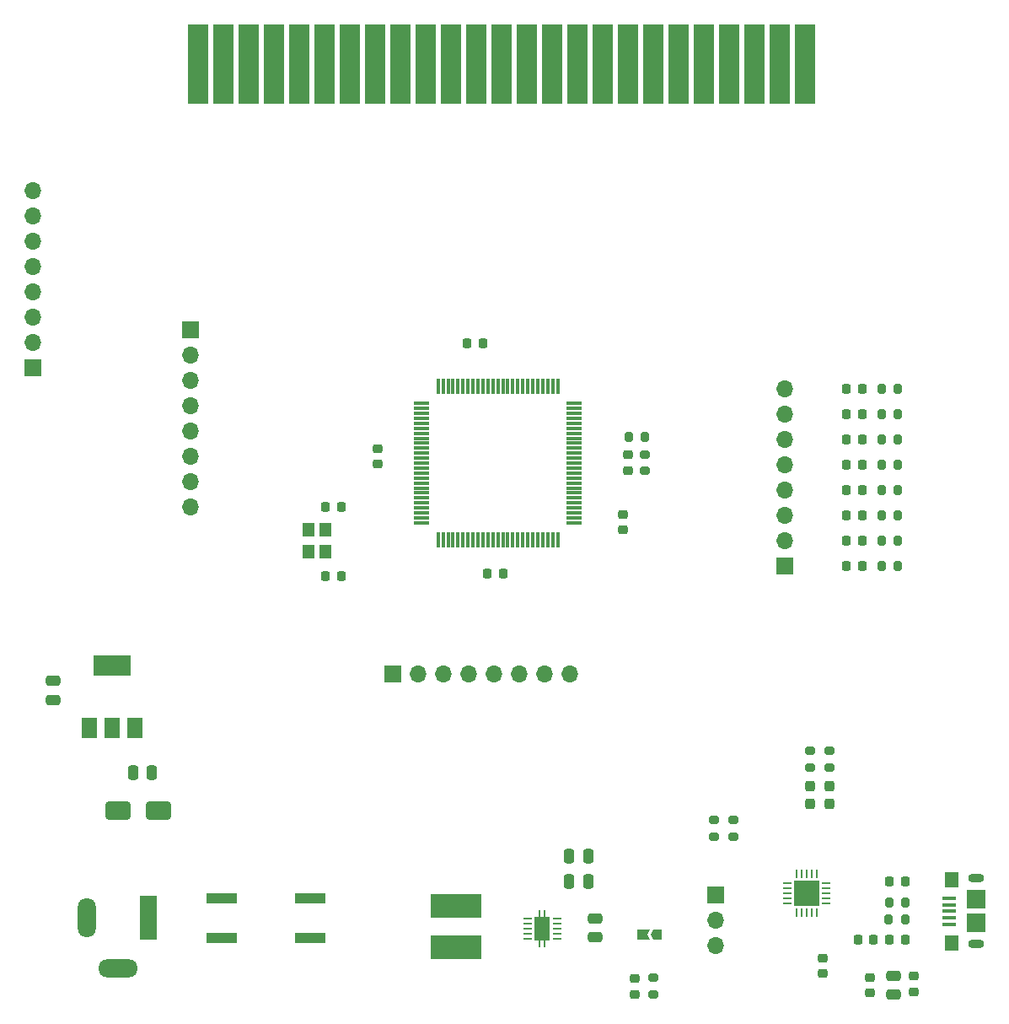
<source format=gbr>
%TF.GenerationSoftware,KiCad,Pcbnew,(7.0.0)*%
%TF.CreationDate,2023-08-05T12:50:32+01:00*%
%TF.ProjectId,DataIOTest,44617461-494f-4546-9573-742e6b696361,rev?*%
%TF.SameCoordinates,Original*%
%TF.FileFunction,Soldermask,Top*%
%TF.FilePolarity,Negative*%
%FSLAX46Y46*%
G04 Gerber Fmt 4.6, Leading zero omitted, Abs format (unit mm)*
G04 Created by KiCad (PCBNEW (7.0.0)) date 2023-08-05 12:50:32*
%MOMM*%
%LPD*%
G01*
G04 APERTURE LIST*
G04 Aperture macros list*
%AMRoundRect*
0 Rectangle with rounded corners*
0 $1 Rounding radius*
0 $2 $3 $4 $5 $6 $7 $8 $9 X,Y pos of 4 corners*
0 Add a 4 corners polygon primitive as box body*
4,1,4,$2,$3,$4,$5,$6,$7,$8,$9,$2,$3,0*
0 Add four circle primitives for the rounded corners*
1,1,$1+$1,$2,$3*
1,1,$1+$1,$4,$5*
1,1,$1+$1,$6,$7*
1,1,$1+$1,$8,$9*
0 Add four rect primitives between the rounded corners*
20,1,$1+$1,$2,$3,$4,$5,0*
20,1,$1+$1,$4,$5,$6,$7,0*
20,1,$1+$1,$6,$7,$8,$9,0*
20,1,$1+$1,$8,$9,$2,$3,0*%
%AMFreePoly0*
4,1,30,0.439536,0.475100,0.439556,0.475102,0.439580,0.475082,0.439610,0.475070,0.439617,0.475051,0.439632,0.475040,0.696172,0.000061,0.696173,0.000046,0.696182,0.000036,0.696178,0.000000,0.696182,-0.000036,0.696173,-0.000046,0.696172,-0.000061,0.439632,-0.475040,0.439617,-0.475051,0.439610,-0.475070,0.439580,-0.475082,0.439556,-0.475102,0.439536,-0.475100,0.439520,-0.475107,
-0.436780,-0.475107,-0.436870,-0.475070,-0.436899,-0.475000,-0.437500,-0.475000,-0.437500,0.475000,-0.436899,0.475000,-0.436870,0.475070,-0.436780,0.475107,0.439520,0.475107,0.439536,0.475100,0.439536,0.475100,$1*%
%AMFreePoly1*
4,1,32,0.436870,0.475070,0.436899,0.475000,0.437500,0.475000,0.437500,-0.475000,0.436899,-0.475000,0.436870,-0.475070,0.436780,-0.475107,-0.830680,-0.475107,-0.830708,-0.475095,-0.830740,-0.475092,-0.830751,-0.475077,-0.830770,-0.475070,-0.830782,-0.475040,-0.830802,-0.475016,-0.830800,-0.474996,-0.830807,-0.474980,-0.830795,-0.474951,-0.830792,-0.474920,-0.574284,0.000000,-0.830792,0.474920,
-0.830795,0.474951,-0.830807,0.474980,-0.830800,0.474996,-0.830802,0.475016,-0.830782,0.475040,-0.830770,0.475070,-0.830751,0.475077,-0.830740,0.475092,-0.830708,0.475095,-0.830680,0.475107,0.436780,0.475107,0.436870,0.475070,0.436870,0.475070,$1*%
G04 Aperture macros list end*
%ADD10FreePoly0,180.000000*%
%ADD11FreePoly1,180.000000*%
%ADD12R,1.700000X1.700000*%
%ADD13O,1.700000X1.700000*%
%ADD14RoundRect,0.218750X-0.256250X0.218750X-0.256250X-0.218750X0.256250X-0.218750X0.256250X0.218750X0*%
%ADD15RoundRect,0.200000X-0.275000X0.200000X-0.275000X-0.200000X0.275000X-0.200000X0.275000X0.200000X0*%
%ADD16RoundRect,0.011200X-0.128800X0.723800X-0.128800X-0.723800X0.128800X-0.723800X0.128800X0.723800X0*%
%ADD17RoundRect,0.011200X-0.723800X-0.128800X0.723800X-0.128800X0.723800X0.128800X-0.723800X0.128800X0*%
%ADD18O,1.600000X0.900000*%
%ADD19R,1.400000X1.600000*%
%ADD20R,1.900000X1.900000*%
%ADD21R,1.350000X0.400000*%
%ADD22RoundRect,0.200000X0.200000X0.275000X-0.200000X0.275000X-0.200000X-0.275000X0.200000X-0.275000X0*%
%ADD23RoundRect,0.237500X0.237500X-0.287500X0.237500X0.287500X-0.237500X0.287500X-0.237500X-0.287500X0*%
%ADD24R,3.100000X1.000000*%
%ADD25RoundRect,0.225000X0.250000X-0.225000X0.250000X0.225000X-0.250000X0.225000X-0.250000X-0.225000X0*%
%ADD26RoundRect,0.250000X-0.250000X-0.475000X0.250000X-0.475000X0.250000X0.475000X-0.250000X0.475000X0*%
%ADD27R,5.100000X2.350000*%
%ADD28RoundRect,0.200000X-0.200000X-0.275000X0.200000X-0.275000X0.200000X0.275000X-0.200000X0.275000X0*%
%ADD29RoundRect,0.225000X-0.250000X0.225000X-0.250000X-0.225000X0.250000X-0.225000X0.250000X0.225000X0*%
%ADD30RoundRect,0.225000X-0.225000X-0.250000X0.225000X-0.250000X0.225000X0.250000X-0.225000X0.250000X0*%
%ADD31RoundRect,0.062500X0.350000X0.062500X-0.350000X0.062500X-0.350000X-0.062500X0.350000X-0.062500X0*%
%ADD32RoundRect,0.062500X0.062500X0.350000X-0.062500X0.350000X-0.062500X-0.350000X0.062500X-0.350000X0*%
%ADD33R,2.500000X2.500000*%
%ADD34R,1.200000X1.400000*%
%ADD35RoundRect,0.218750X-0.218750X-0.256250X0.218750X-0.256250X0.218750X0.256250X-0.218750X0.256250X0*%
%ADD36RoundRect,0.225000X0.225000X0.250000X-0.225000X0.250000X-0.225000X-0.250000X0.225000X-0.250000X0*%
%ADD37R,1.800000X4.400000*%
%ADD38O,1.800000X4.000000*%
%ADD39O,4.000000X1.800000*%
%ADD40RoundRect,0.250000X1.000000X0.650000X-1.000000X0.650000X-1.000000X-0.650000X1.000000X-0.650000X0*%
%ADD41R,2.000000X8.000000*%
%ADD42RoundRect,0.250000X-0.475000X0.250000X-0.475000X-0.250000X0.475000X-0.250000X0.475000X0.250000X0*%
%ADD43RoundRect,0.200000X0.275000X-0.200000X0.275000X0.200000X-0.275000X0.200000X-0.275000X-0.200000X0*%
%ADD44R,1.500000X2.000000*%
%ADD45R,3.800000X2.000000*%
%ADD46RoundRect,0.250000X0.475000X-0.250000X0.475000X0.250000X-0.475000X0.250000X-0.475000X-0.250000X0*%
%ADD47RoundRect,0.250000X0.250000X0.475000X-0.250000X0.475000X-0.250000X-0.475000X0.250000X-0.475000X0*%
%ADD48R,0.850000X0.280000*%
%ADD49R,0.280000X0.700000*%
%ADD50R,1.650000X2.400000*%
G04 APERTURE END LIST*
D10*
%TO.C,J7*%
X142113000Y-148336000D03*
D11*
X140538000Y-148336000D03*
%TD*%
D12*
%TO.C,J9*%
X79374999Y-91439999D03*
D13*
X79374999Y-88899999D03*
X79374999Y-86359999D03*
X79374999Y-83819999D03*
X79374999Y-81279999D03*
X79374999Y-78739999D03*
X79374999Y-76199999D03*
X79374999Y-73659999D03*
%TD*%
D14*
%TO.C,LED11*%
X139827000Y-152755500D03*
X139827000Y-154330500D03*
%TD*%
D15*
%TO.C,R2*%
X140843000Y-100140000D03*
X140843000Y-101790000D03*
%TD*%
D16*
%TO.C,U1*%
X132119000Y-93345000D03*
X131619000Y-93345000D03*
X131119000Y-93345000D03*
X130619000Y-93345000D03*
X130119000Y-93345000D03*
X129619000Y-93345000D03*
X129119000Y-93345000D03*
X128619000Y-93345000D03*
X128119000Y-93345000D03*
X127619000Y-93345000D03*
X127119000Y-93345000D03*
X126619000Y-93345000D03*
X126119000Y-93345000D03*
X125619000Y-93345000D03*
X125119000Y-93345000D03*
X124619000Y-93345000D03*
X124119000Y-93345000D03*
X123619000Y-93345000D03*
X123119000Y-93345000D03*
X122619000Y-93345000D03*
X122119000Y-93345000D03*
X121619000Y-93345000D03*
X121119000Y-93345000D03*
X120619000Y-93345000D03*
X120119000Y-93345000D03*
D17*
X118449000Y-95015000D03*
X118449000Y-95515000D03*
X118449000Y-96015000D03*
X118449000Y-96515000D03*
X118449000Y-97015000D03*
X118449000Y-97515000D03*
X118449000Y-98015000D03*
X118449000Y-98515000D03*
X118449000Y-99015000D03*
X118449000Y-99515000D03*
X118449000Y-100015000D03*
X118449000Y-100515000D03*
X118449000Y-101015000D03*
X118449000Y-101515000D03*
X118449000Y-102015000D03*
X118449000Y-102515000D03*
X118449000Y-103015000D03*
X118449000Y-103515000D03*
X118449000Y-104015000D03*
X118449000Y-104515000D03*
X118449000Y-105015000D03*
X118449000Y-105515000D03*
X118449000Y-106015000D03*
X118449000Y-106515000D03*
X118449000Y-107015000D03*
D16*
X120119000Y-108685000D03*
X120619000Y-108685000D03*
X121119000Y-108685000D03*
X121619000Y-108685000D03*
X122119000Y-108685000D03*
X122619000Y-108685000D03*
X123119000Y-108685000D03*
X123619000Y-108685000D03*
X124119000Y-108685000D03*
X124619000Y-108685000D03*
X125119000Y-108685000D03*
X125619000Y-108685000D03*
X126119000Y-108685000D03*
X126619000Y-108685000D03*
X127119000Y-108685000D03*
X127619000Y-108685000D03*
X128119000Y-108685000D03*
X128619000Y-108685000D03*
X129119000Y-108685000D03*
X129619000Y-108685000D03*
X130119000Y-108685000D03*
X130619000Y-108685000D03*
X131119000Y-108685000D03*
X131619000Y-108685000D03*
X132119000Y-108685000D03*
D17*
X133789000Y-107015000D03*
X133789000Y-106515000D03*
X133789000Y-106015000D03*
X133789000Y-105515000D03*
X133789000Y-105015000D03*
X133789000Y-104515000D03*
X133789000Y-104015000D03*
X133789000Y-103515000D03*
X133789000Y-103015000D03*
X133789000Y-102515000D03*
X133789000Y-102015000D03*
X133789000Y-101515000D03*
X133789000Y-101015000D03*
X133789000Y-100515000D03*
X133789000Y-100015000D03*
X133789000Y-99515000D03*
X133789000Y-99015000D03*
X133789000Y-98515000D03*
X133789000Y-98015000D03*
X133789000Y-97515000D03*
X133789000Y-97015000D03*
X133789000Y-96515000D03*
X133789000Y-96015000D03*
X133789000Y-95515000D03*
X133789000Y-95015000D03*
%TD*%
D12*
%TO.C,J1*%
X115569999Y-122173999D03*
D13*
X118109999Y-122173999D03*
X120649999Y-122173999D03*
X123189999Y-122173999D03*
X125729999Y-122173999D03*
X128269999Y-122173999D03*
X130809999Y-122173999D03*
X133349999Y-122173999D03*
%TD*%
D18*
%TO.C,J4*%
X174116999Y-142692999D03*
D19*
X171666999Y-142792999D03*
D20*
X174116999Y-144792999D03*
X174116999Y-147192999D03*
D19*
X171666999Y-149192999D03*
D18*
X174116999Y-149292999D03*
D21*
X171441999Y-144692999D03*
X171441999Y-145342999D03*
X171441999Y-145992999D03*
X171441999Y-146642999D03*
X171441999Y-147292999D03*
%TD*%
D22*
%TO.C,R1*%
X140906000Y-98425000D03*
X139256000Y-98425000D03*
%TD*%
D23*
%TO.C,LED10*%
X159385000Y-135178000D03*
X159385000Y-133428000D03*
%TD*%
D24*
%TO.C,SW1*%
X98379279Y-144691099D03*
X107279279Y-144691099D03*
X98379279Y-148691099D03*
X107279279Y-148691099D03*
%TD*%
D25*
%TO.C,C10*%
X163449000Y-152641000D03*
X163449000Y-154191000D03*
%TD*%
D26*
%TO.C,C17*%
X133289000Y-143002000D03*
X135189000Y-143002000D03*
%TD*%
D27*
%TO.C,L1*%
X121919999Y-149648999D03*
X121919999Y-145498999D03*
%TD*%
D15*
%TO.C,R14*%
X147828000Y-136843000D03*
X147828000Y-138493000D03*
%TD*%
D25*
%TO.C,C14*%
X158750000Y-152273000D03*
X158750000Y-150723000D03*
%TD*%
D28*
%TO.C,R10*%
X164630500Y-93599000D03*
X166280500Y-93599000D03*
%TD*%
D12*
%TO.C,J3*%
X154914499Y-111378999D03*
D13*
X154914499Y-108838999D03*
X154914499Y-106298999D03*
X154914499Y-103758999D03*
X154914499Y-101218999D03*
X154914499Y-98678999D03*
X154914499Y-96138999D03*
X154914499Y-93598999D03*
%TD*%
D29*
%TO.C,C6*%
X114046000Y-99555000D03*
X114046000Y-101105000D03*
%TD*%
D30*
%TO.C,C1*%
X108834000Y-105411000D03*
X110384000Y-105411000D03*
%TD*%
D28*
%TO.C,R8*%
X164630500Y-96139000D03*
X166280500Y-96139000D03*
%TD*%
D31*
%TO.C,U2*%
X159052500Y-145177500D03*
X159052500Y-144677500D03*
X159052500Y-144177500D03*
X159052500Y-143677500D03*
X159052500Y-143177500D03*
D32*
X158115000Y-142240000D03*
X157615000Y-142240000D03*
X157115000Y-142240000D03*
X156615000Y-142240000D03*
X156115000Y-142240000D03*
D31*
X155177500Y-143177500D03*
X155177500Y-143677500D03*
X155177500Y-144177500D03*
X155177500Y-144677500D03*
X155177500Y-145177500D03*
D32*
X156115000Y-146115000D03*
X156615000Y-146115000D03*
X157115000Y-146115000D03*
X157615000Y-146115000D03*
X158115000Y-146115000D03*
D33*
X157114999Y-144177499D03*
%TD*%
D12*
%TO.C,J2*%
X95249999Y-87629999D03*
D13*
X95249999Y-90169999D03*
X95249999Y-92709999D03*
X95249999Y-95249999D03*
X95249999Y-97789999D03*
X95249999Y-100329999D03*
X95249999Y-102869999D03*
X95249999Y-105409999D03*
%TD*%
D34*
%TO.C,Y1*%
X108807999Y-109939999D03*
X108807999Y-107739999D03*
X107107999Y-107739999D03*
X107107999Y-109939999D03*
%TD*%
D35*
%TO.C,LED4*%
X162687000Y-103759000D03*
X161112000Y-103759000D03*
%TD*%
D36*
%TO.C,C13*%
X163843000Y-148844000D03*
X162293000Y-148844000D03*
%TD*%
D37*
%TO.C,J6*%
X91035999Y-146684999D03*
D38*
X84835999Y-146684999D03*
D39*
X87935999Y-151684999D03*
%TD*%
D28*
%TO.C,R12*%
X165418000Y-145161000D03*
X167068000Y-145161000D03*
%TD*%
D40*
%TO.C,D1*%
X92002000Y-135857000D03*
X88002000Y-135857000D03*
%TD*%
D26*
%TO.C,C15*%
X133289000Y-140462000D03*
X135189000Y-140462000D03*
%TD*%
D28*
%TO.C,R9*%
X164630500Y-103759000D03*
X166280500Y-103759000D03*
%TD*%
D35*
%TO.C,LED7*%
X161112000Y-96139000D03*
X162687000Y-96139000D03*
%TD*%
D13*
%TO.C,J8*%
X147954999Y-149478999D03*
X147954999Y-146938999D03*
D12*
X147954999Y-144398999D03*
%TD*%
D29*
%TO.C,C3*%
X139192000Y-100190000D03*
X139192000Y-101740000D03*
%TD*%
D28*
%TO.C,R4*%
X164630500Y-101219000D03*
X166280500Y-101219000D03*
%TD*%
D36*
%TO.C,C5*%
X126619000Y-112141000D03*
X125069000Y-112141000D03*
%TD*%
D41*
%TO.C,J5*%
X156958499Y-60999999D03*
X101078499Y-60999999D03*
X154418499Y-60999999D03*
X98538499Y-60999999D03*
X151878499Y-60999999D03*
X95998499Y-60999999D03*
X149338499Y-60999999D03*
X146798499Y-60999999D03*
X144258499Y-60999999D03*
X141718499Y-60999999D03*
X139178499Y-60999999D03*
X136638499Y-60999999D03*
X134098499Y-60999999D03*
X131558499Y-60999999D03*
X129018499Y-60999999D03*
X126478499Y-60999999D03*
X123938499Y-60999999D03*
X121398499Y-60999999D03*
X118858499Y-60999999D03*
X116318499Y-60999999D03*
X113778499Y-60999999D03*
X111238499Y-60999999D03*
X108698499Y-60999999D03*
X106158499Y-60999999D03*
X103618499Y-60999999D03*
%TD*%
D28*
%TO.C,R7*%
X164630500Y-106299000D03*
X166280500Y-106299000D03*
%TD*%
D30*
%TO.C,C2*%
X108821000Y-112396000D03*
X110371000Y-112396000D03*
%TD*%
%TO.C,C11*%
X165468000Y-143002000D03*
X167018000Y-143002000D03*
%TD*%
%TO.C,C7*%
X123050000Y-89027000D03*
X124600000Y-89027000D03*
%TD*%
D29*
%TO.C,C4*%
X138684000Y-106159000D03*
X138684000Y-107709000D03*
%TD*%
D30*
%TO.C,C9*%
X165468000Y-148844000D03*
X167018000Y-148844000D03*
%TD*%
D42*
%TO.C,C18*%
X81407000Y-122875000D03*
X81407000Y-124775000D03*
%TD*%
D35*
%TO.C,LED8*%
X161112000Y-93599000D03*
X162687000Y-93599000D03*
%TD*%
D43*
%TO.C,R17*%
X141732000Y-154342500D03*
X141732000Y-152692500D03*
%TD*%
D28*
%TO.C,R11*%
X165354000Y-146812000D03*
X167004000Y-146812000D03*
%TD*%
D35*
%TO.C,LED5*%
X161112000Y-101219000D03*
X162687000Y-101219000D03*
%TD*%
%TO.C,LED1*%
X162687000Y-111379000D03*
X161112000Y-111379000D03*
%TD*%
%TO.C,LED2*%
X161112000Y-108839000D03*
X162687000Y-108839000D03*
%TD*%
D44*
%TO.C,U4*%
X85089999Y-127634999D03*
X87389999Y-127634999D03*
D45*
X87389999Y-121334999D03*
D44*
X89689999Y-127634999D03*
%TD*%
D28*
%TO.C,R5*%
X164630500Y-108839000D03*
X166280500Y-108839000D03*
%TD*%
%TO.C,R6*%
X164630500Y-98679000D03*
X166280500Y-98679000D03*
%TD*%
D23*
%TO.C,LED9*%
X157480000Y-135178000D03*
X157480000Y-133428000D03*
%TD*%
D35*
%TO.C,LED3*%
X161112000Y-106299000D03*
X162687000Y-106299000D03*
%TD*%
D46*
%TO.C,C20*%
X135890000Y-148590000D03*
X135890000Y-146690000D03*
%TD*%
D43*
%TO.C,R16*%
X159385000Y-131572000D03*
X159385000Y-129922000D03*
%TD*%
D47*
%TO.C,C16*%
X91374000Y-132080000D03*
X89474000Y-132080000D03*
%TD*%
D28*
%TO.C,R3*%
X164630500Y-111379000D03*
X166280500Y-111379000D03*
%TD*%
D43*
%TO.C,R13*%
X149733000Y-138493000D03*
X149733000Y-136843000D03*
%TD*%
D25*
%TO.C,C8*%
X167894000Y-152514000D03*
X167894000Y-154064000D03*
%TD*%
D48*
%TO.C,U3*%
X129112499Y-146746999D03*
X129112499Y-147246999D03*
X129112499Y-147746999D03*
X129112499Y-148246999D03*
X129112499Y-148746999D03*
X132062499Y-148746999D03*
X132062499Y-148246999D03*
X132062499Y-147746999D03*
X132062499Y-147246999D03*
X132062499Y-146746999D03*
D49*
X130337499Y-146196999D03*
X130337499Y-149296999D03*
D50*
X130587499Y-147746999D03*
D49*
X130837499Y-146196999D03*
X130837499Y-149296999D03*
%TD*%
D43*
%TO.C,R15*%
X157480000Y-131572000D03*
X157480000Y-129922000D03*
%TD*%
D46*
%TO.C,C12*%
X165862000Y-152466000D03*
X165862000Y-154366000D03*
%TD*%
D35*
%TO.C,LED6*%
X161112000Y-98656000D03*
X162687000Y-98656000D03*
%TD*%
M02*

</source>
